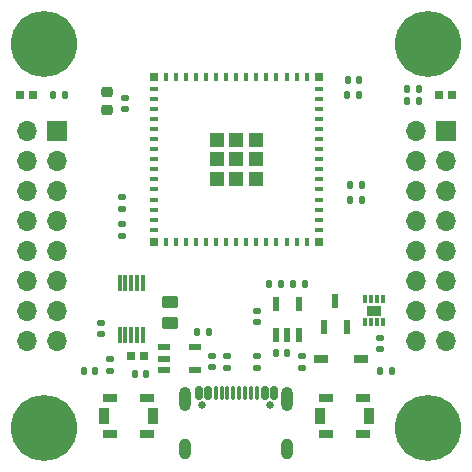
<source format=gbr>
%TF.GenerationSoftware,KiCad,Pcbnew,8.0.7*%
%TF.CreationDate,2024-12-29T21:09:01+01:00*%
%TF.ProjectId,stackflex_core,73746163-6b66-46c6-9578-5f636f72652e,2025.1.1*%
%TF.SameCoordinates,Original*%
%TF.FileFunction,Soldermask,Top*%
%TF.FilePolarity,Negative*%
%FSLAX46Y46*%
G04 Gerber Fmt 4.6, Leading zero omitted, Abs format (unit mm)*
G04 Created by KiCad (PCBNEW 8.0.7) date 2024-12-29 21:09:01*
%MOMM*%
%LPD*%
G01*
G04 APERTURE LIST*
G04 Aperture macros list*
%AMRoundRect*
0 Rectangle with rounded corners*
0 $1 Rounding radius*
0 $2 $3 $4 $5 $6 $7 $8 $9 X,Y pos of 4 corners*
0 Add a 4 corners polygon primitive as box body*
4,1,4,$2,$3,$4,$5,$6,$7,$8,$9,$2,$3,0*
0 Add four circle primitives for the rounded corners*
1,1,$1+$1,$2,$3*
1,1,$1+$1,$4,$5*
1,1,$1+$1,$6,$7*
1,1,$1+$1,$8,$9*
0 Add four rect primitives between the rounded corners*
20,1,$1+$1,$2,$3,$4,$5,0*
20,1,$1+$1,$4,$5,$6,$7,0*
20,1,$1+$1,$6,$7,$8,$9,0*
20,1,$1+$1,$8,$9,$2,$3,0*%
G04 Aperture macros list end*
%ADD10R,0.800000X0.400000*%
%ADD11R,0.400000X0.800000*%
%ADD12R,1.200000X1.200000*%
%ADD13R,0.800000X0.800000*%
%ADD14RoundRect,0.135000X-0.135000X-0.185000X0.135000X-0.185000X0.135000X0.185000X-0.135000X0.185000X0*%
%ADD15RoundRect,0.135000X0.135000X0.185000X-0.135000X0.185000X-0.135000X-0.185000X0.135000X-0.185000X0*%
%ADD16RoundRect,0.140000X0.170000X-0.140000X0.170000X0.140000X-0.170000X0.140000X-0.170000X-0.140000X0*%
%ADD17R,1.700000X1.700000*%
%ADD18O,1.700000X1.700000*%
%ADD19C,5.600000*%
%ADD20RoundRect,0.135000X-0.185000X0.135000X-0.185000X-0.135000X0.185000X-0.135000X0.185000X0.135000X0*%
%ADD21RoundRect,0.140000X0.140000X0.170000X-0.140000X0.170000X-0.140000X-0.170000X0.140000X-0.170000X0*%
%ADD22R,0.600000X1.150000*%
%ADD23R,0.950000X1.400000*%
%ADD24R,1.150000X0.750000*%
%ADD25RoundRect,0.140000X-0.140000X-0.170000X0.140000X-0.170000X0.140000X0.170000X-0.140000X0.170000X0*%
%ADD26RoundRect,0.140000X-0.170000X0.140000X-0.170000X-0.140000X0.170000X-0.140000X0.170000X0.140000X0*%
%ADD27R,0.700000X0.650000*%
%ADD28RoundRect,0.135000X0.185000X-0.135000X0.185000X0.135000X-0.185000X0.135000X-0.185000X-0.135000X0*%
%ADD29R,1.050000X0.550000*%
%ADD30R,0.300000X0.750000*%
%ADD31R,1.300000X0.900000*%
%ADD32C,0.650000*%
%ADD33RoundRect,0.150000X-0.150000X-0.425000X0.150000X-0.425000X0.150000X0.425000X-0.150000X0.425000X0*%
%ADD34RoundRect,0.075000X-0.075000X-0.500000X0.075000X-0.500000X0.075000X0.500000X-0.075000X0.500000X0*%
%ADD35O,1.000000X2.100000*%
%ADD36O,1.000000X1.800000*%
%ADD37R,0.300000X1.400000*%
%ADD38R,1.200000X0.750000*%
%ADD39RoundRect,0.250000X0.450000X-0.262500X0.450000X0.262500X-0.450000X0.262500X-0.450000X-0.262500X0*%
%ADD40RoundRect,0.225000X0.250000X-0.225000X0.250000X0.225000X-0.250000X0.225000X-0.250000X-0.225000X0*%
G04 APERTURE END LIST*
D10*
%TO.C,IC1*%
X-7000000Y12412000D03*
X-7000000Y11562000D03*
X-7000000Y10712000D03*
X-7000000Y9862000D03*
X-7000000Y9012000D03*
X-7000000Y8162000D03*
X-7000000Y7312000D03*
X-7000000Y6462000D03*
X-7000000Y5612000D03*
X-7000000Y4762000D03*
X-7000000Y3912000D03*
X-7000000Y3062000D03*
X-7000000Y2212000D03*
X-7000000Y1362000D03*
X-7000000Y512000D03*
D11*
X-5950000Y-538000D03*
X-5100000Y-538000D03*
X-4250000Y-538000D03*
X-3400000Y-538000D03*
X-2550000Y-538000D03*
X-1700000Y-538000D03*
X-850000Y-538000D03*
X0Y-538000D03*
X850000Y-538000D03*
X1700000Y-538000D03*
X2550000Y-538000D03*
X3400000Y-538000D03*
X4250000Y-538000D03*
X5100000Y-538000D03*
X5950000Y-538000D03*
D10*
X7000000Y512000D03*
X7000000Y1362000D03*
X7000000Y2212000D03*
X7000000Y3062000D03*
X7000000Y3912000D03*
X7000000Y4762000D03*
X7000000Y5612000D03*
X7000000Y6462000D03*
X7000000Y7312000D03*
X7000000Y8162000D03*
X7000000Y9012000D03*
X7000000Y9862000D03*
X7000000Y10712000D03*
X7000000Y11562000D03*
X7000000Y12412000D03*
D11*
X5950000Y13462000D03*
X5100000Y13462000D03*
X4250000Y13462000D03*
X3400000Y13462000D03*
X2550000Y13462000D03*
X1700000Y13462000D03*
X850000Y13462000D03*
X0Y13462000D03*
X-850000Y13462000D03*
X-1700000Y13462000D03*
X-2550000Y13462000D03*
X-3400000Y13462000D03*
X-4250000Y13462000D03*
X-5100000Y13462000D03*
X-5950000Y13462000D03*
D12*
X0Y6462000D03*
D13*
X-7000000Y13462000D03*
X-7000000Y-538000D03*
X7000000Y-538000D03*
X7000000Y13462000D03*
D12*
X-1650000Y8112000D03*
X-1650000Y6462000D03*
X-1650000Y4812000D03*
X0Y4812000D03*
X1650000Y4812000D03*
X1650000Y6462000D03*
X1650000Y8112000D03*
X0Y8112000D03*
%TD*%
D14*
%TO.C,R15*%
X-15496000Y11938000D03*
X-14476000Y11938000D03*
%TD*%
D15*
%TO.C,R17*%
X5844000Y-4064000D03*
X4824000Y-4064000D03*
%TD*%
%TO.C,R10*%
X10670000Y4318000D03*
X9650000Y4318000D03*
%TD*%
D16*
%TO.C,C5*%
X-9398000Y10696000D03*
X-9398000Y11656000D03*
%TD*%
D17*
%TO.C,J2*%
X-15220000Y8875000D03*
D18*
X-17760000Y8875000D03*
X-15220000Y6335000D03*
X-17760000Y6335000D03*
X-15220000Y3795000D03*
X-17760000Y3795000D03*
X-15220000Y1255000D03*
X-17760000Y1255000D03*
X-15220000Y-1285000D03*
X-17760000Y-1285000D03*
X-15220000Y-3825000D03*
X-17760000Y-3825000D03*
X-15220000Y-6365000D03*
X-17760000Y-6365000D03*
X-15220000Y-8905000D03*
X-17760000Y-8905000D03*
%TD*%
D19*
%TO.C,H3*%
X-16256000Y-16256000D03*
%TD*%
D20*
%TO.C,R7*%
X1778000Y-10158000D03*
X1778000Y-11178000D03*
%TD*%
D21*
%TO.C,C11*%
X-7620000Y-11684000D03*
X-8580000Y-11684000D03*
%TD*%
D16*
%TO.C,C10*%
X-2032000Y-11120000D03*
X-2032000Y-10160000D03*
%TD*%
D21*
%TO.C,C3*%
X-11966000Y-11430000D03*
X-12926000Y-11430000D03*
%TD*%
D22*
%TO.C,Q1*%
X7422000Y-7704000D03*
X9342000Y-7704000D03*
X8382000Y-5504000D03*
%TD*%
D23*
%TO.C,S2*%
X7069000Y-15240000D03*
X11219000Y-15240000D03*
D24*
X7569000Y-16765000D03*
X10719000Y-16765000D03*
X10719000Y-13715000D03*
X7569000Y-13715000D03*
%TD*%
D25*
%TO.C,C1*%
X3330000Y-9906000D03*
X4290000Y-9906000D03*
%TD*%
D26*
%TO.C,C2*%
X1778000Y-6350000D03*
X1778000Y-7310000D03*
%TD*%
D20*
%TO.C,R12*%
X-9652000Y3306000D03*
X-9652000Y2286000D03*
%TD*%
D27*
%TO.C,D1*%
X-18330000Y11938000D03*
X-17230000Y11938000D03*
%TD*%
D19*
%TO.C,H1*%
X-16256000Y16256000D03*
%TD*%
D28*
%TO.C,R11*%
X-9652000Y0D03*
X-9652000Y1020000D03*
%TD*%
%TO.C,R9*%
X5588000Y-11178000D03*
X5588000Y-10158000D03*
%TD*%
D25*
%TO.C,C6*%
X9426000Y13208000D03*
X10386000Y13208000D03*
%TD*%
D29*
%TO.C,IC5*%
X-6126000Y-9464000D03*
X-6126000Y-10414000D03*
X-6126000Y-11364000D03*
X-3526000Y-11364000D03*
X-3526000Y-9464000D03*
%TD*%
D30*
%TO.C,IC4*%
X10934000Y-7350000D03*
X11434000Y-7350000D03*
X11934000Y-7350000D03*
X12434000Y-7350000D03*
X12434000Y-5350000D03*
X11934000Y-5350000D03*
X11434000Y-5350000D03*
X10934000Y-5350000D03*
D31*
X11684000Y-6350000D03*
%TD*%
D22*
%TO.C,IC2*%
X3368000Y-8412000D03*
X4318000Y-8412000D03*
X5268000Y-8412000D03*
X5268000Y-5812000D03*
X3368000Y-5812000D03*
%TD*%
D15*
%TO.C,R18*%
X3812000Y-4064000D03*
X2792000Y-4064000D03*
%TD*%
D25*
%TO.C,C9*%
X12192000Y-11430000D03*
X13152000Y-11430000D03*
%TD*%
D15*
%TO.C,R13*%
X10670000Y3048000D03*
X9650000Y3048000D03*
%TD*%
D32*
%TO.C,J1*%
X-2892000Y-14354000D03*
X2888000Y-14354000D03*
D33*
X-3202000Y-13279000D03*
X-2402000Y-13279000D03*
D34*
X-1252000Y-13279000D03*
X-252000Y-13279000D03*
X248000Y-13279000D03*
X1248000Y-13279000D03*
D33*
X2398000Y-13279000D03*
X3198000Y-13279000D03*
X3198000Y-13279000D03*
X2398000Y-13279000D03*
D34*
X1748000Y-13279000D03*
X748000Y-13279000D03*
X-752000Y-13279000D03*
X-1752000Y-13279000D03*
D33*
X-2402000Y-13279000D03*
X-3202000Y-13279000D03*
D35*
X-4322000Y-13854000D03*
D36*
X-4322000Y-18034000D03*
D35*
X4318000Y-13854000D03*
D36*
X4318000Y-18034000D03*
%TD*%
D37*
%TO.C,IC3*%
X-7890000Y-3982000D03*
X-8390000Y-3982000D03*
X-8890000Y-3982000D03*
X-9390000Y-3982000D03*
X-9890000Y-3982000D03*
X-9890000Y-8382000D03*
X-9390000Y-8382000D03*
X-8890000Y-8382000D03*
X-8390000Y-8382000D03*
X-7890000Y-8382000D03*
%TD*%
D19*
%TO.C,H2*%
X16256000Y16256000D03*
%TD*%
D23*
%TO.C,S1*%
X-7069000Y-15240000D03*
X-11219000Y-15240000D03*
D24*
X-7569000Y-13715000D03*
X-10719000Y-13715000D03*
X-10719000Y-16765000D03*
X-7569000Y-16765000D03*
%TD*%
D15*
%TO.C,R16*%
X15496000Y11430000D03*
X14476000Y11430000D03*
%TD*%
D14*
%TO.C,R2*%
X-3304000Y-8128000D03*
X-2284000Y-8128000D03*
%TD*%
D38*
%TO.C,D3*%
X10590000Y-10414000D03*
X7190000Y-10414000D03*
%TD*%
D27*
%TO.C,D2*%
X18288000Y11938000D03*
X17188000Y11938000D03*
%TD*%
D39*
%TO.C,R8*%
X-5588000Y-7413000D03*
X-5588000Y-5588000D03*
%TD*%
D20*
%TO.C,R6*%
X-762000Y-10158000D03*
X-762000Y-11178000D03*
%TD*%
D27*
%TO.C,D4*%
X-7832000Y-10160000D03*
X-8932000Y-10160000D03*
%TD*%
D17*
%TO.C,J3*%
X17780000Y8890000D03*
D18*
X15240000Y8890000D03*
X17780000Y6350000D03*
X15240000Y6350000D03*
X17780000Y3810000D03*
X15240000Y3810000D03*
X17780000Y1270000D03*
X15240000Y1270000D03*
X17780000Y-1270000D03*
X15240000Y-1270000D03*
X17780000Y-3810000D03*
X15240000Y-3810000D03*
X17780000Y-6350000D03*
X15240000Y-6350000D03*
X17780000Y-8890000D03*
X15240000Y-8890000D03*
%TD*%
D15*
%TO.C,R14*%
X15494000Y12446000D03*
X14474000Y12446000D03*
%TD*%
D19*
%TO.C,H4*%
X16256000Y-16256000D03*
%TD*%
D40*
%TO.C,C4*%
X-10922000Y10642000D03*
X-10922000Y12192000D03*
%TD*%
D28*
%TO.C,R1*%
X-10668000Y-11432000D03*
X-10668000Y-10412000D03*
%TD*%
D15*
%TO.C,R5*%
X10416000Y11938000D03*
X9396000Y11938000D03*
%TD*%
D26*
%TO.C,C8*%
X12192000Y-8636000D03*
X12192000Y-9596000D03*
%TD*%
D16*
%TO.C,C7*%
X-11430000Y-8354000D03*
X-11430000Y-7394000D03*
%TD*%
M02*

</source>
